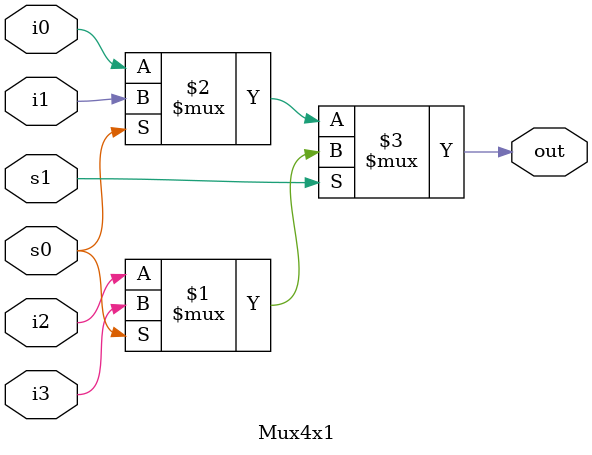
<source format=v>
module Mux4x1(
    out,s1,s0,i0,i1,i2,i3
);
    input s1,s0,i0,i1,i2,i3;
    output out;

    assign out = s1 ? (s0 ?i3 : i2):(s0 ? i1: i0);

endmodule
</source>
